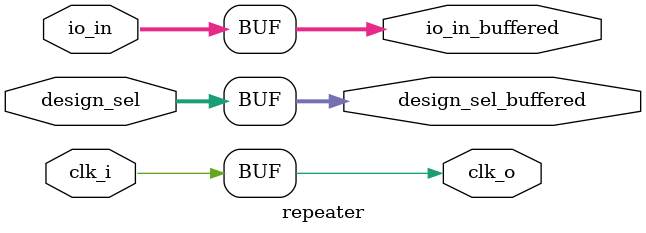
<source format=v>
`default_nettype none

module repeater(
`ifdef USE_POWER_PINS
	inout wire VSS,
	inout wire VDD,
`endif
	input clk_i,
	output clk_o,
	input [41:0] io_in,
	output [41:0] io_in_buffered,
	input [4:0] design_sel,
	output [4:0] design_sel_buffered
);

assign io_in_buffered = io_in;
assign clk_o = clk_i;
assign design_sel_buffered = design_sel;

endmodule

</source>
